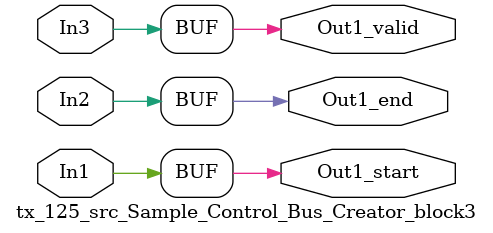
<source format=v>



`timescale 1 ns / 1 ns

module tx_125_src_Sample_Control_Bus_Creator_block3
          (In1,
           In2,
           In3,
           Out1_start,
           Out1_end,
           Out1_valid);


  input   In1;
  input   In2;
  input   In3;
  output  Out1_start;
  output  Out1_end;
  output  Out1_valid;




  assign Out1_start = In1;

  assign Out1_end = In2;

  assign Out1_valid = In3;

endmodule  // tx_125_src_Sample_Control_Bus_Creator_block3


</source>
